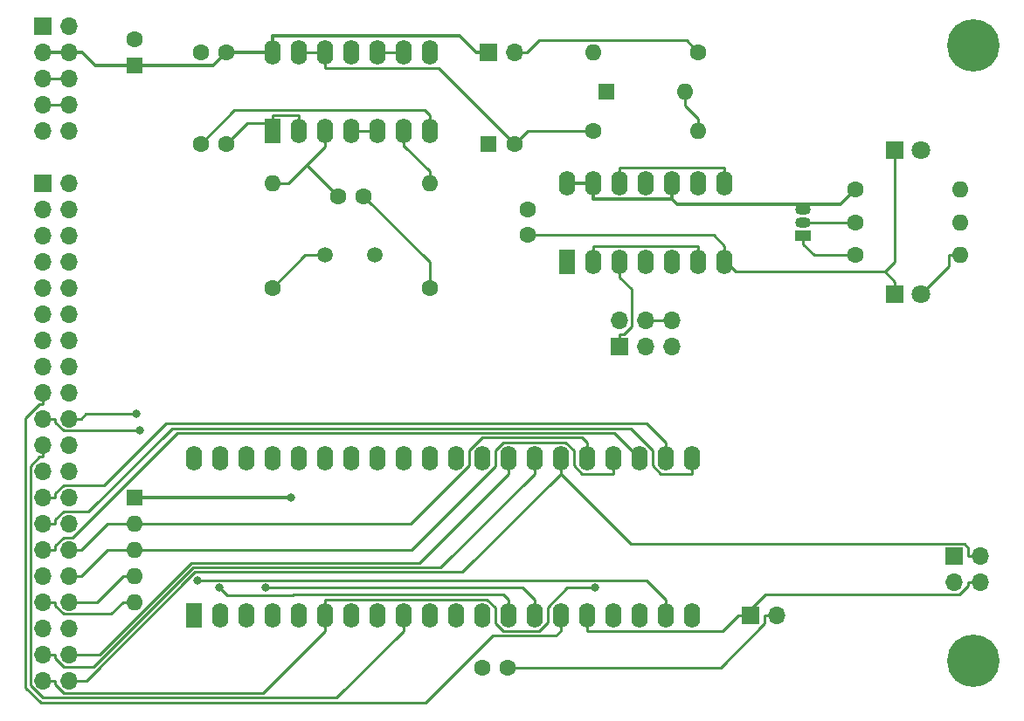
<source format=gbr>
G04 #@! TF.GenerationSoftware,KiCad,Pcbnew,(5.1.4)-1*
G04 #@! TF.CreationDate,2021-06-26T17:24:00+03:00*
G04 #@! TF.ProjectId,CPU,4350552e-6b69-4636-9164-5f7063625858,rev?*
G04 #@! TF.SameCoordinates,Original*
G04 #@! TF.FileFunction,Copper,L1,Top*
G04 #@! TF.FilePolarity,Positive*
%FSLAX46Y46*%
G04 Gerber Fmt 4.6, Leading zero omitted, Abs format (unit mm)*
G04 Created by KiCad (PCBNEW (5.1.4)-1) date 2021-06-26 17:24:00*
%MOMM*%
%LPD*%
G04 APERTURE LIST*
%ADD10O,1.700000X1.700000*%
%ADD11R,1.700000X1.700000*%
%ADD12C,1.600000*%
%ADD13O,1.600000X2.400000*%
%ADD14R,1.600000X2.400000*%
%ADD15R,1.600000X1.600000*%
%ADD16R,1.800000X1.800000*%
%ADD17C,1.800000*%
%ADD18O,1.600000X1.600000*%
%ADD19O,1.500000X1.050000*%
%ADD20R,1.500000X1.050000*%
%ADD21C,1.500000*%
%ADD22C,5.080000*%
%ADD23C,0.800000*%
%ADD24C,0.375000*%
%ADD25C,0.250000*%
G04 APERTURE END LIST*
D10*
X193040000Y-120015000D03*
X190500000Y-120015000D03*
X193040000Y-117475000D03*
D11*
X190500000Y-117475000D03*
D12*
X144780000Y-128270000D03*
X147280000Y-128270000D03*
D13*
X116840000Y-107950000D03*
X165100000Y-123190000D03*
X119380000Y-107950000D03*
X162560000Y-123190000D03*
X121920000Y-107950000D03*
X160020000Y-123190000D03*
X124460000Y-107950000D03*
X157480000Y-123190000D03*
X127000000Y-107950000D03*
X154940000Y-123190000D03*
X129540000Y-107950000D03*
X152400000Y-123190000D03*
X132080000Y-107950000D03*
X149860000Y-123190000D03*
X134620000Y-107950000D03*
X147320000Y-123190000D03*
X137160000Y-107950000D03*
X144780000Y-123190000D03*
X139700000Y-107950000D03*
X142240000Y-123190000D03*
X142240000Y-107950000D03*
X139700000Y-123190000D03*
X144780000Y-107950000D03*
X137160000Y-123190000D03*
X147320000Y-107950000D03*
X134620000Y-123190000D03*
X149860000Y-107950000D03*
X132080000Y-123190000D03*
X152400000Y-107950000D03*
X129540000Y-123190000D03*
X154940000Y-107950000D03*
X127000000Y-123190000D03*
X157480000Y-107950000D03*
X124460000Y-123190000D03*
X160020000Y-107950000D03*
X121920000Y-123190000D03*
X162560000Y-107950000D03*
X119380000Y-123190000D03*
X165100000Y-107950000D03*
D14*
X116840000Y-123190000D03*
D12*
X117515000Y-68580000D03*
X120015000Y-68580000D03*
X149225000Y-83820000D03*
X149225000Y-86320000D03*
X111125000Y-67350000D03*
D15*
X111125000Y-69850000D03*
D12*
X120015000Y-77470000D03*
X117515000Y-77470000D03*
X133310000Y-82550000D03*
X130810000Y-82550000D03*
D15*
X145415000Y-77470000D03*
D12*
X147915000Y-77470000D03*
D16*
X184785000Y-78105000D03*
D17*
X187325000Y-78105000D03*
D15*
X156845000Y-72390000D03*
D18*
X164465000Y-72390000D03*
D17*
X187325000Y-92075000D03*
D16*
X184785000Y-92075000D03*
D11*
X102235000Y-81280000D03*
D10*
X104775000Y-81280000D03*
X102235000Y-83820000D03*
X104775000Y-83820000D03*
X102235000Y-86360000D03*
X104775000Y-86360000D03*
X102235000Y-88900000D03*
X104775000Y-88900000D03*
X102235000Y-91440000D03*
X104775000Y-91440000D03*
X102235000Y-93980000D03*
X104775000Y-93980000D03*
X102235000Y-96520000D03*
X104775000Y-96520000D03*
X102235000Y-99060000D03*
X104775000Y-99060000D03*
X102235000Y-101600000D03*
X104775000Y-101600000D03*
X102235000Y-104140000D03*
X104775000Y-104140000D03*
X102235000Y-106680000D03*
X104775000Y-106680000D03*
X102235000Y-109220000D03*
X104775000Y-109220000D03*
X102235000Y-111760000D03*
X104775000Y-111760000D03*
X102235000Y-114300000D03*
X104775000Y-114300000D03*
X102235000Y-116840000D03*
X104775000Y-116840000D03*
X102235000Y-119380000D03*
X104775000Y-119380000D03*
X102235000Y-121920000D03*
X104775000Y-121920000D03*
X102235000Y-124460000D03*
X104775000Y-124460000D03*
X102235000Y-127000000D03*
X104775000Y-127000000D03*
X102235000Y-129540000D03*
X104775000Y-129540000D03*
D11*
X102235000Y-66040000D03*
D10*
X104775000Y-66040000D03*
X102235000Y-68580000D03*
X104775000Y-68580000D03*
X102235000Y-71120000D03*
X104775000Y-71120000D03*
X102235000Y-73660000D03*
X104775000Y-73660000D03*
X102235000Y-76200000D03*
X104775000Y-76200000D03*
X173355000Y-123190000D03*
D11*
X170815000Y-123190000D03*
X145415000Y-68580000D03*
D10*
X147955000Y-68580000D03*
D11*
X158115000Y-97155000D03*
D10*
X158115000Y-94615000D03*
X160655000Y-97155000D03*
X160655000Y-94615000D03*
X163195000Y-97155000D03*
X163195000Y-94615000D03*
D19*
X175895000Y-85090000D03*
X175895000Y-83820000D03*
D20*
X175895000Y-86360000D03*
D18*
X124460000Y-81280000D03*
D12*
X124460000Y-91440000D03*
X139700000Y-91440000D03*
D18*
X139700000Y-81280000D03*
X191135000Y-81915000D03*
D12*
X180975000Y-81915000D03*
X165735000Y-68580000D03*
D18*
X155575000Y-68580000D03*
D12*
X155575000Y-76200000D03*
D18*
X165735000Y-76200000D03*
D12*
X180975000Y-88265000D03*
D18*
X191135000Y-88265000D03*
X191135000Y-85090000D03*
D12*
X180975000Y-85090000D03*
D15*
X111125000Y-111760000D03*
D18*
X111125000Y-114300000D03*
X111125000Y-116840000D03*
X111125000Y-119380000D03*
X111125000Y-121920000D03*
D13*
X124460000Y-68580000D03*
X139700000Y-76200000D03*
X127000000Y-68580000D03*
X137160000Y-76200000D03*
X129540000Y-68580000D03*
X134620000Y-76200000D03*
X132080000Y-68580000D03*
X132080000Y-76200000D03*
X134620000Y-68580000D03*
X129540000Y-76200000D03*
X137160000Y-68580000D03*
X127000000Y-76200000D03*
X139700000Y-68580000D03*
D14*
X124460000Y-76200000D03*
X153035000Y-88900000D03*
D13*
X168275000Y-81280000D03*
X155575000Y-88900000D03*
X165735000Y-81280000D03*
X158115000Y-88900000D03*
X163195000Y-81280000D03*
X160655000Y-88900000D03*
X160655000Y-81280000D03*
X163195000Y-88900000D03*
X158115000Y-81280000D03*
X165735000Y-88900000D03*
X155575000Y-81280000D03*
X168275000Y-88900000D03*
X153035000Y-81280000D03*
D21*
X129540000Y-88265000D03*
X134420000Y-88265000D03*
D22*
X192405000Y-67945000D03*
X192405000Y-127635000D03*
D23*
X126271400Y-111760000D03*
X123790900Y-120539800D03*
X111588500Y-105315300D03*
X111280300Y-103686700D03*
X119307700Y-120539900D03*
X117174400Y-119814400D03*
X155711200Y-120539700D03*
D24*
X126271400Y-111760000D02*
X111125000Y-111760000D01*
X175895000Y-83363600D02*
X179526400Y-83363600D01*
X179526400Y-83363600D02*
X180975000Y-81915000D01*
X163195000Y-82867800D02*
X163690800Y-83363600D01*
X163690800Y-83363600D02*
X175895000Y-83363600D01*
X155575000Y-81280000D02*
X155575000Y-82867800D01*
X155575000Y-82867800D02*
X163195000Y-82867800D01*
X153035000Y-81280000D02*
X155575000Y-81280000D01*
X104775000Y-68580000D02*
X106012800Y-68580000D01*
X111125000Y-69850000D02*
X107282800Y-69850000D01*
X107282800Y-69850000D02*
X106012800Y-68580000D01*
X120015000Y-68580000D02*
X118745000Y-69850000D01*
X118745000Y-69850000D02*
X111125000Y-69850000D01*
X124460000Y-68580000D02*
X124460000Y-66992200D01*
X124460000Y-66992200D02*
X142589400Y-66992200D01*
X142589400Y-66992200D02*
X144177200Y-68580000D01*
X120015000Y-68580000D02*
X124460000Y-68580000D01*
X145415000Y-68580000D02*
X144177200Y-68580000D01*
X102235000Y-68580000D02*
X104775000Y-68580000D01*
X163195000Y-81280000D02*
X163195000Y-82867800D01*
X175895000Y-83820000D02*
X175895000Y-83363600D01*
D25*
X183810900Y-89875600D02*
X184785000Y-88901500D01*
X184785000Y-88901500D02*
X184785000Y-78105000D01*
X168275000Y-88807700D02*
X169342900Y-89875600D01*
X169342900Y-89875600D02*
X183810900Y-89875600D01*
X184785000Y-90849700D02*
X183810900Y-89875600D01*
X184785000Y-92075000D02*
X184785000Y-90849700D01*
X168275000Y-88807700D02*
X168275000Y-88715400D01*
X168275000Y-88900000D02*
X168275000Y-88807700D01*
X168275000Y-88695000D02*
X168275000Y-88715400D01*
X168275000Y-88695000D02*
X168275000Y-87374700D01*
X149225000Y-86320000D02*
X167220300Y-86320000D01*
X167220300Y-86320000D02*
X168275000Y-87374700D01*
X165735000Y-76200000D02*
X165735000Y-75074700D01*
X165735000Y-75074700D02*
X164465000Y-73804700D01*
X164465000Y-73804700D02*
X164465000Y-72390000D01*
X173355000Y-123190000D02*
X172179700Y-123190000D01*
X139700000Y-76200000D02*
X139700000Y-74674700D01*
X139700000Y-74674700D02*
X139229800Y-74204500D01*
X139229800Y-74204500D02*
X120780500Y-74204500D01*
X120780500Y-74204500D02*
X117515000Y-77470000D01*
X147280000Y-128270000D02*
X167907700Y-128270000D01*
X167907700Y-128270000D02*
X172179700Y-123998000D01*
X172179700Y-123998000D02*
X172179700Y-123190000D01*
X124460000Y-75437300D02*
X122047700Y-75437300D01*
X122047700Y-75437300D02*
X120015000Y-77470000D01*
X124460000Y-75437300D02*
X124460000Y-74674700D01*
X124460000Y-76200000D02*
X124460000Y-75437300D01*
X127000000Y-76200000D02*
X127000000Y-74674700D01*
X124460000Y-74674700D02*
X127000000Y-74674700D01*
X129540000Y-88265000D02*
X127635000Y-88265000D01*
X127635000Y-88265000D02*
X124460000Y-91440000D01*
X133310000Y-82550000D02*
X139700000Y-88940000D01*
X139700000Y-88940000D02*
X139700000Y-91440000D01*
X132080000Y-76200000D02*
X134620000Y-76200000D01*
X127762700Y-79502700D02*
X125985400Y-81280000D01*
X125985400Y-81280000D02*
X125585300Y-81280000D01*
X129540000Y-76200000D02*
X129540000Y-77725400D01*
X129540000Y-77725400D02*
X127762700Y-79502700D01*
X130810000Y-82550000D02*
X127762700Y-79502700D01*
X124460000Y-81280000D02*
X125585300Y-81280000D01*
X129540000Y-68580000D02*
X129540000Y-70105300D01*
X129540000Y-70105300D02*
X140550300Y-70105300D01*
X140550300Y-70105300D02*
X147915000Y-77470000D01*
X127000000Y-68580000D02*
X129540000Y-68580000D01*
X155575000Y-76200000D02*
X149185000Y-76200000D01*
X149185000Y-76200000D02*
X147915000Y-77470000D01*
X191135000Y-88265000D02*
X190009700Y-88265000D01*
X190009700Y-88265000D02*
X190009700Y-89390300D01*
X190009700Y-89390300D02*
X187325000Y-92075000D01*
X152400000Y-123190000D02*
X152400000Y-124715300D01*
X102235000Y-101600000D02*
X102235000Y-102775300D01*
X102235000Y-102775300D02*
X101867700Y-102775300D01*
X101867700Y-102775300D02*
X100553400Y-104089600D01*
X100553400Y-104089600D02*
X100553400Y-130228600D01*
X100553400Y-130228600D02*
X102006400Y-131681600D01*
X102006400Y-131681600D02*
X139306200Y-131681600D01*
X139306200Y-131681600D02*
X145782500Y-125205300D01*
X145782500Y-125205300D02*
X151910000Y-125205300D01*
X151910000Y-125205300D02*
X152400000Y-124715300D01*
X149860000Y-123190000D02*
X149860000Y-121664700D01*
X123790900Y-120539800D02*
X148735100Y-120539800D01*
X148735100Y-120539800D02*
X149860000Y-121664700D01*
X103410300Y-104140000D02*
X103410300Y-104507400D01*
X103410300Y-104507400D02*
X104218200Y-105315300D01*
X104218200Y-105315300D02*
X111588500Y-105315300D01*
X102235000Y-104140000D02*
X103410300Y-104140000D01*
X105950300Y-104140000D02*
X106403600Y-103686700D01*
X106403600Y-103686700D02*
X111280300Y-103686700D01*
X104775000Y-104140000D02*
X105950300Y-104140000D01*
X137160000Y-123190000D02*
X137160000Y-124715300D01*
X102235000Y-106680000D02*
X102235000Y-107855300D01*
X102235000Y-107855300D02*
X101867700Y-107855300D01*
X101867700Y-107855300D02*
X101014100Y-108708900D01*
X101014100Y-108708900D02*
X101014100Y-129997000D01*
X101014100Y-129997000D02*
X102200300Y-131183200D01*
X102200300Y-131183200D02*
X130692100Y-131183200D01*
X130692100Y-131183200D02*
X137160000Y-124715300D01*
X147320000Y-123190000D02*
X147320000Y-121664700D01*
X119307700Y-120539900D02*
X120044900Y-121277100D01*
X120044900Y-121277100D02*
X126466900Y-121277100D01*
X126466900Y-121277100D02*
X126538500Y-121205500D01*
X126538500Y-121205500D02*
X146860800Y-121205500D01*
X146860800Y-121205500D02*
X147320000Y-121664700D01*
X162560000Y-107950000D02*
X162560000Y-106424700D01*
X102235000Y-111760000D02*
X103410300Y-111760000D01*
X103410300Y-111760000D02*
X103410300Y-111392600D01*
X103410300Y-111392600D02*
X104218200Y-110584700D01*
X104218200Y-110584700D02*
X108179800Y-110584700D01*
X108179800Y-110584700D02*
X114141100Y-104623400D01*
X114141100Y-104623400D02*
X160758700Y-104623400D01*
X160758700Y-104623400D02*
X162560000Y-106424700D01*
X162560000Y-121664700D02*
X160709700Y-119814400D01*
X160709700Y-119814400D02*
X117174400Y-119814400D01*
X162560000Y-123190000D02*
X162560000Y-121664700D01*
X103410300Y-114300000D02*
X103410300Y-113932600D01*
X103410300Y-113932600D02*
X104218200Y-113124700D01*
X104218200Y-113124700D02*
X106657000Y-113124700D01*
X106657000Y-113124700D02*
X114707900Y-105073800D01*
X114707900Y-105073800D02*
X159153700Y-105073800D01*
X159153700Y-105073800D02*
X161290000Y-107210100D01*
X161290000Y-107210100D02*
X161290000Y-108671800D01*
X161290000Y-108671800D02*
X162093500Y-109475300D01*
X162093500Y-109475300D02*
X165100000Y-109475300D01*
X165100000Y-107950000D02*
X165100000Y-109475300D01*
X102235000Y-114300000D02*
X103410300Y-114300000D01*
X103410300Y-116840000D02*
X103410300Y-116472600D01*
X103410300Y-116472600D02*
X104218200Y-115664700D01*
X104218200Y-115664700D02*
X105127200Y-115664700D01*
X105127200Y-115664700D02*
X115267800Y-105524100D01*
X115267800Y-105524100D02*
X157594100Y-105524100D01*
X157594100Y-105524100D02*
X160020000Y-107950000D01*
X102235000Y-116840000D02*
X103410300Y-116840000D01*
X111125000Y-114300000D02*
X112250300Y-114300000D01*
X112250300Y-114300000D02*
X137886700Y-114300000D01*
X137886700Y-114300000D02*
X143510000Y-108676700D01*
X143510000Y-108676700D02*
X143510000Y-107228400D01*
X143510000Y-107228400D02*
X144764000Y-105974400D01*
X144764000Y-105974400D02*
X154489700Y-105974400D01*
X154489700Y-105974400D02*
X154940000Y-106424700D01*
X104775000Y-116840000D02*
X105950300Y-116840000D01*
X111125000Y-114300000D02*
X108490300Y-114300000D01*
X108490300Y-114300000D02*
X105950300Y-116840000D01*
X154940000Y-107950000D02*
X154940000Y-106424700D01*
X111125000Y-116840000D02*
X108490300Y-116840000D01*
X108490300Y-116840000D02*
X105950300Y-119380000D01*
X157480000Y-109475300D02*
X154473500Y-109475300D01*
X154473500Y-109475300D02*
X153670000Y-108671800D01*
X153670000Y-108671800D02*
X153670000Y-107221000D01*
X153670000Y-107221000D02*
X152873700Y-106424700D01*
X152873700Y-106424700D02*
X146844400Y-106424700D01*
X146844400Y-106424700D02*
X146050000Y-107219100D01*
X146050000Y-107219100D02*
X146050000Y-108735700D01*
X146050000Y-108735700D02*
X137945700Y-116840000D01*
X137945700Y-116840000D02*
X111125000Y-116840000D01*
X104775000Y-119380000D02*
X105950300Y-119380000D01*
X157480000Y-107950000D02*
X157480000Y-109475300D01*
X102235000Y-121920000D02*
X103410300Y-121920000D01*
X111125000Y-121920000D02*
X109999700Y-121920000D01*
X109999700Y-121920000D02*
X108824400Y-123095300D01*
X108824400Y-123095300D02*
X104218200Y-123095300D01*
X104218200Y-123095300D02*
X103410300Y-122287400D01*
X103410300Y-122287400D02*
X103410300Y-121920000D01*
X193040000Y-120015000D02*
X191864700Y-120015000D01*
X170227400Y-123190000D02*
X172227100Y-121190300D01*
X172227100Y-121190300D02*
X191056800Y-121190300D01*
X191056800Y-121190300D02*
X191864700Y-120382400D01*
X191864700Y-120382400D02*
X191864700Y-120015000D01*
X170227400Y-123190000D02*
X169639700Y-123190000D01*
X170815000Y-123190000D02*
X170227400Y-123190000D01*
X154940000Y-123190000D02*
X154940000Y-124715300D01*
X154940000Y-124715300D02*
X168114400Y-124715300D01*
X168114400Y-124715300D02*
X169639700Y-123190000D01*
X111125000Y-119380000D02*
X109999700Y-119380000D01*
X109999700Y-119380000D02*
X107459700Y-121920000D01*
X107459700Y-121920000D02*
X104775000Y-121920000D01*
X149860000Y-109475300D02*
X140768300Y-118567000D01*
X140768300Y-118567000D02*
X116759200Y-118567000D01*
X116759200Y-118567000D02*
X107114200Y-128212000D01*
X107114200Y-128212000D02*
X104255000Y-128212000D01*
X104255000Y-128212000D02*
X103410300Y-127367300D01*
X103410300Y-127367300D02*
X103410300Y-127000000D01*
X149860000Y-107950000D02*
X149860000Y-109475300D01*
X102235000Y-127000000D02*
X103410300Y-127000000D01*
X147320000Y-109475300D02*
X138678700Y-118116600D01*
X138678700Y-118116600D02*
X116572700Y-118116600D01*
X116572700Y-118116600D02*
X107689300Y-127000000D01*
X107689300Y-127000000D02*
X105950300Y-127000000D01*
X147320000Y-107950000D02*
X147320000Y-109475300D01*
X104775000Y-127000000D02*
X105950300Y-127000000D01*
X129540000Y-123190000D02*
X129540000Y-121664700D01*
X155711200Y-120539700D02*
X153051400Y-120539700D01*
X153051400Y-120539700D02*
X151130000Y-122461100D01*
X151130000Y-122461100D02*
X151130000Y-123914100D01*
X151130000Y-123914100D02*
X150289200Y-124754900D01*
X150289200Y-124754900D02*
X146851100Y-124754900D01*
X146851100Y-124754900D02*
X146050000Y-123953800D01*
X146050000Y-123953800D02*
X146050000Y-122451500D01*
X146050000Y-122451500D02*
X145263200Y-121664700D01*
X145263200Y-121664700D02*
X129540000Y-121664700D01*
X129540000Y-123190000D02*
X129540000Y-124715300D01*
X102235000Y-129540000D02*
X103410300Y-129540000D01*
X103410300Y-129540000D02*
X103410300Y-129912700D01*
X103410300Y-129912700D02*
X104230000Y-130732400D01*
X104230000Y-130732400D02*
X123522900Y-130732400D01*
X123522900Y-130732400D02*
X129540000Y-124715300D01*
X163195000Y-94615000D02*
X160655000Y-94615000D01*
X152400000Y-109475300D02*
X142857900Y-119017400D01*
X142857900Y-119017400D02*
X116945700Y-119017400D01*
X116945700Y-119017400D02*
X106423100Y-129540000D01*
X106423100Y-129540000D02*
X105950300Y-129540000D01*
X104775000Y-129540000D02*
X105950300Y-129540000D01*
X191864700Y-117475000D02*
X191864700Y-116666900D01*
X191864700Y-116666900D02*
X191497500Y-116299700D01*
X191497500Y-116299700D02*
X159224400Y-116299700D01*
X159224400Y-116299700D02*
X152400000Y-109475300D01*
X193040000Y-117475000D02*
X191864700Y-117475000D01*
X152400000Y-107950000D02*
X152400000Y-109475300D01*
X104775000Y-71120000D02*
X102235000Y-71120000D01*
X104775000Y-73660000D02*
X102235000Y-73660000D01*
X147955000Y-68580000D02*
X149130300Y-68580000D01*
X165735000Y-68580000D02*
X164581300Y-67426300D01*
X164581300Y-67426300D02*
X150284000Y-67426300D01*
X150284000Y-67426300D02*
X149130300Y-68580000D01*
X158115000Y-97155000D02*
X158115000Y-95979700D01*
X158115000Y-88900000D02*
X158115000Y-90425300D01*
X158115000Y-90425300D02*
X159290300Y-91600600D01*
X159290300Y-91600600D02*
X159290300Y-95171800D01*
X159290300Y-95171800D02*
X158482400Y-95979700D01*
X158482400Y-95979700D02*
X158115000Y-95979700D01*
X180975000Y-85090000D02*
X175895000Y-85090000D01*
X175895000Y-86360000D02*
X175895000Y-87210300D01*
X180975000Y-88265000D02*
X176949700Y-88265000D01*
X176949700Y-88265000D02*
X175895000Y-87210300D01*
X137160000Y-76200000D02*
X137160000Y-77725300D01*
X139700000Y-81280000D02*
X139700000Y-80154700D01*
X137160000Y-77725300D02*
X137270600Y-77725300D01*
X137270600Y-77725300D02*
X139700000Y-80154700D01*
X137160000Y-68580000D02*
X134620000Y-68580000D01*
X168275000Y-81280000D02*
X168275000Y-79754700D01*
X158115000Y-81280000D02*
X158115000Y-79754700D01*
X158115000Y-79754700D02*
X168275000Y-79754700D01*
X165735000Y-88900000D02*
X165735000Y-87374700D01*
X155575000Y-88900000D02*
X155575000Y-87374700D01*
X165735000Y-87374700D02*
X155575000Y-87374700D01*
M02*

</source>
